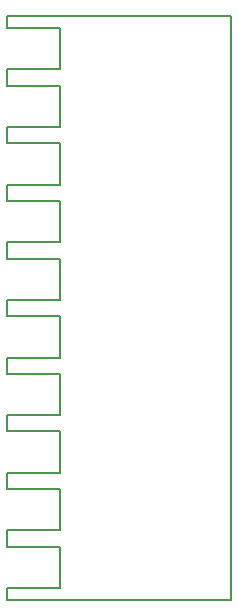
<source format=gbr>
G04 #@! TF.GenerationSoftware,KiCad,Pcbnew,(5.0.2)-1*
G04 #@! TF.CreationDate,2019-09-04T12:41:45-04:00*
G04 #@! TF.ProjectId,MMCX_2DD-100P_Odd,4d4d4358-5f32-4444-942d-313030505f4f,rev?*
G04 #@! TF.SameCoordinates,Original*
G04 #@! TF.FileFunction,Profile,NP*
%FSLAX46Y46*%
G04 Gerber Fmt 4.6, Leading zero omitted, Abs format (unit mm)*
G04 Created by KiCad (PCBNEW (5.0.2)-1) date 9/4/2019 12:41:45 PM*
%MOMM*%
%LPD*%
G01*
G04 APERTURE LIST*
%ADD10C,0.150000*%
G04 APERTURE END LIST*
D10*
X140241000Y-21811000D02*
X140241000Y-22861000D01*
X140241000Y-70274367D02*
X140241000Y-71324500D01*
X140241000Y-65395104D02*
X140241000Y-66774367D01*
X140241000Y-60515841D02*
X140241000Y-61895104D01*
X140241000Y-55636578D02*
X140241000Y-57015841D01*
X140241000Y-50757315D02*
X140241000Y-52136578D01*
X140241000Y-45878052D02*
X140241000Y-47257315D01*
X140241000Y-40998789D02*
X140241000Y-42378052D01*
X140241000Y-36119526D02*
X140241000Y-37498789D01*
X140241000Y-31240263D02*
X140241000Y-32619526D01*
X140241000Y-26361000D02*
X140241000Y-27740263D01*
X144741000Y-66774367D02*
X144741000Y-70274367D01*
X144741000Y-61895104D02*
X144741000Y-65395104D01*
X144741000Y-57015841D02*
X144741000Y-60515841D01*
X144741000Y-52136578D02*
X144741000Y-55636578D01*
X144741000Y-47257315D02*
X144741000Y-50757315D01*
X144741000Y-42378052D02*
X144741000Y-45878052D01*
X144741000Y-37498789D02*
X144741000Y-40998789D01*
X144741000Y-32619526D02*
X144741000Y-36119526D01*
X144741000Y-27740263D02*
X144741000Y-31240263D01*
X140241000Y-70274367D02*
X144741000Y-70274367D01*
X140241000Y-65395104D02*
X144741000Y-65395104D01*
X140241000Y-60515841D02*
X144741000Y-60515841D01*
X140241000Y-55636578D02*
X144741000Y-55636578D01*
X140241000Y-50757315D02*
X144741000Y-50757315D01*
X140241000Y-45878052D02*
X144741000Y-45878052D01*
X140241000Y-40998789D02*
X144741000Y-40998789D01*
X140241000Y-36119526D02*
X144741000Y-36119526D01*
X140241000Y-31240263D02*
X144741000Y-31240263D01*
X140241000Y-66774367D02*
X144741000Y-66774367D01*
X140241000Y-61895104D02*
X144741000Y-61895104D01*
X140241000Y-57015841D02*
X144741000Y-57015841D01*
X140241000Y-52136578D02*
X144741000Y-52136578D01*
X140241000Y-47257315D02*
X144741000Y-47257315D01*
X140241000Y-42378052D02*
X144741000Y-42378052D01*
X140241000Y-37498789D02*
X144741000Y-37498789D01*
X140241000Y-32619526D02*
X144741000Y-32619526D01*
X140241000Y-27740263D02*
X144741000Y-27740263D01*
X144741000Y-22861000D02*
X144741000Y-26361000D01*
X140241000Y-26361000D02*
X144741000Y-26361000D01*
X140241000Y-22861000D02*
X144741000Y-22861000D01*
X159270700Y-21811000D02*
X159270700Y-71324500D01*
X140241000Y-21811000D02*
X159270700Y-21811000D01*
X159270700Y-71324500D02*
X140241000Y-71324500D01*
M02*

</source>
